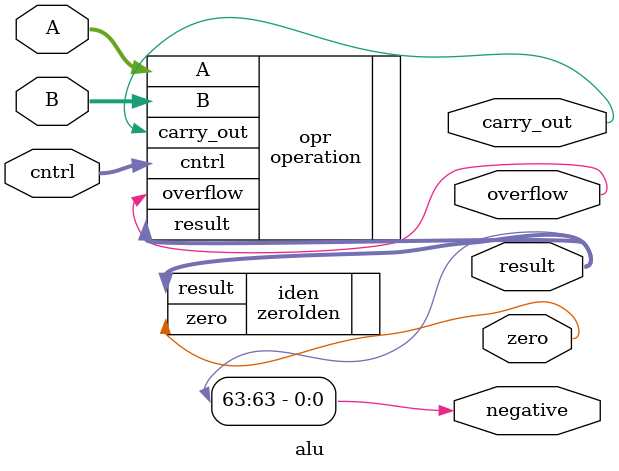
<source format=sv>
`timescale 1ns/10ps
module alu(A, B, cntrl, result, negative, zero, overflow, carry_out);
	input logic [63:0] A, B;
	input logic [2:0] cntrl;
	output logic negative, zero, overflow, carry_out;
	output logic [63:0] result;
	
	
	operation opr(.A, .B, .cntrl, .result, .overflow, .carry_out);
	
	zeroIden iden(.result, .zero);
	
	assign negative = result[63];
endmodule

</source>
